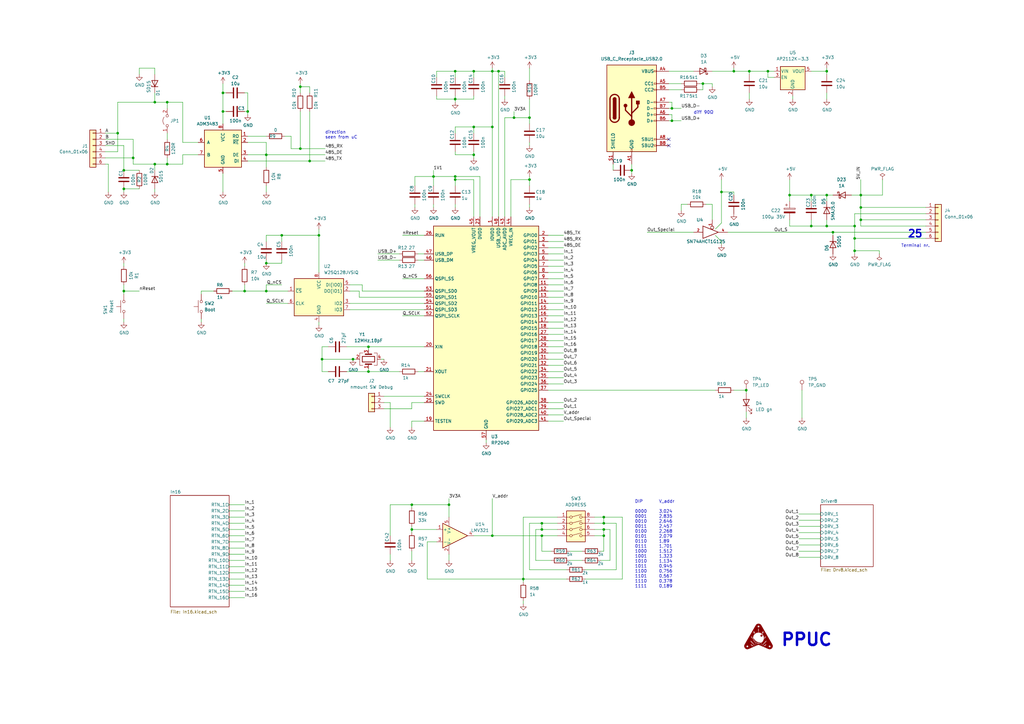
<source format=kicad_sch>
(kicad_sch (version 20211123) (generator eeschema)
  (paper "A3")
  (title_block (title "IO_16x8_matrix") (date "2024-12-01") (rev "1.0.0"))
  (junction (at 247.65 219.71))
  (junction (at 184.15 207.01))
  (junction (at 201.93 52.07))
  (junction (at 186.69 72.39))
  (junction (at 210.82 48.26))
  (junction (at 130.81 96.52))
  (junction (at 306.07 160.02))
  (junction (at 194.31 29.21))
  (junction (at 115.57 96.52))
  (junction (at 204.47 29.21))
  (junction (at 109.22 119.38))
  (junction (at 341.63 95.25))
  (junction (at 177.8 72.39))
  (junction (at 275.59 49.53))
  (junction (at 168.91 217.17))
  (junction (at 323.85 80.01))
  (junction (at 350.52 92.71))
  (junction (at 50.8 119.38))
  (junction (at 214.63 237.49))
  (junction (at 247.65 217.17))
  (junction (at 100.33 119.38))
  (junction (at 48.26 54.61))
  (junction (at 123.19 60.96))
  (junction (at 132.08 147.32))
  (junction (at 109.22 63.5))
  (junction (at 63.5 41.91))
  (junction (at 50.8 69.85))
  (junction (at 222.25 219.71))
  (junction (at 194.31 63.5))
  (junction (at 54.61 64.77))
  (junction (at 339.09 92.71))
  (junction (at 353.06 85.09))
  (junction (at 186.69 29.21))
  (junction (at 247.65 212.09))
  (junction (at 275.59 44.45))
  (junction (at 186.69 40.64))
  (junction (at 123.19 35.56))
  (junction (at 201.93 219.71))
  (junction (at 144.78 147.32))
  (junction (at 332.74 80.01))
  (junction (at 194.31 52.07))
  (junction (at 222.25 214.63))
  (junction (at 350.52 97.79))
  (junction (at 217.17 48.26))
  (junction (at 332.74 92.71))
  (junction (at 168.91 207.01))
  (junction (at 314.96 29.21))
  (junction (at 109.22 107.95))
  (junction (at 91.44 38.1))
  (junction (at 217.17 73.66))
  (junction (at 307.34 29.21))
  (junction (at 127 66.04))
  (junction (at 353.06 90.17))
  (junction (at 91.44 45.72))
  (junction (at 339.09 80.01))
  (junction (at 259.08 69.85))
  (junction (at 186.69 73.66))
  (junction (at 350.52 102.87))
  (junction (at 101.6 45.72))
  (junction (at 295.91 78.74))
  (junction (at 151.13 142.24))
  (junction (at 63.5 67.31))
  (junction (at 50.8 77.47))
  (junction (at 151.13 152.4))
  (junction (at 247.65 214.63))
  (junction (at 339.09 29.21))
  (junction (at 300.99 29.21))
  (junction (at 222.25 217.17))
  (junction (at 288.29 34.29))
  (junction (at 353.06 80.01))
  (junction (at 68.58 67.31))
  (junction (at 68.58 41.91))
  (junction (at 201.93 29.21))
  (no_connect (at 274.32 59.69))
  (no_connect (at 274.32 57.15))
  (wire (pts (xy 194.31 88.9) (xy 194.31 73.66)))
  (wire (pts (xy 142.24 152.4) (xy 151.13 152.4)))
  (wire (pts (xy 54.61 64.77) (xy 54.61 67.31)))
  (wire (pts (xy 224.79 165.1) (xy 231.14 165.1)))
  (wire (pts (xy 224.79 157.48) (xy 231.14 157.48)))
  (wire (pts (xy 314.96 31.75) (xy 317.5 31.75)))
  (wire (pts (xy 127 35.56) (xy 127 38.1)))
  (wire (pts (xy 243.84 212.09) (xy 247.65 212.09)))
  (wire (pts (xy 217.17 83.82) (xy 217.17 85.09)))
  (wire (pts (xy 123.19 45.72) (xy 123.19 60.96)))
  (wire (pts (xy 50.8 107.95) (xy 50.8 109.22)))
  (wire (pts (xy 224.79 114.3) (xy 231.14 114.3)))
  (wire (pts (xy 186.69 62.23) (xy 186.69 63.5)))
  (wire (pts (xy 224.79 121.92) (xy 231.14 121.92)))
  (wire (pts (xy 353.06 80.01) (xy 353.06 85.09)))
  (wire (pts (xy 224.79 109.22) (xy 231.14 109.22)))
  (wire (pts (xy 63.5 77.47) (xy 63.5 78.74)))
  (wire (pts (xy 246.38 229.87) (xy 250.19 229.87)))
  (wire (pts (xy 134.62 142.24) (xy 132.08 142.24)))
  (wire (pts (xy 93.98 212.09) (xy 100.33 212.09)))
  (wire (pts (xy 93.98 224.79) (xy 100.33 224.79)))
  (wire (pts (xy 115.57 96.52) (xy 130.81 96.52)))
  (wire (pts (xy 224.79 96.52) (xy 231.14 96.52)))
  (wire (pts (xy 179.07 29.21) (xy 179.07 31.75)))
  (wire (pts (xy 246.38 226.06) (xy 247.65 226.06)))
  (wire (pts (xy 100.33 119.38) (xy 109.22 119.38)))
  (wire (pts (xy 93.98 240.03) (xy 100.33 240.03)))
  (wire (pts (xy 57.15 27.94) (xy 57.15 30.48)))
  (wire (pts (xy 123.19 35.56) (xy 123.19 38.1)))
  (wire (pts (xy 224.79 160.02) (xy 293.37 160.02)))
  (wire (pts (xy 173.99 172.72) (xy 168.91 172.72)))
  (wire (pts (xy 93.98 227.33) (xy 100.33 227.33)))
  (wire (pts (xy 274.32 29.21) (xy 284.48 29.21)))
  (wire (pts (xy 115.57 116.84) (xy 109.22 116.84)))
  (wire (pts (xy 68.58 64.77) (xy 68.58 67.31)))
  (wire (pts (xy 360.68 104.14) (xy 360.68 102.87)))
  (wire (pts (xy 82.55 119.38) (xy 87.63 119.38)))
  (wire (pts (xy 353.06 90.17) (xy 379.73 90.17)))
  (wire (pts (xy 300.99 27.94) (xy 300.99 29.21)))
  (wire (pts (xy 132.08 147.32) (xy 144.78 147.32)))
  (wire (pts (xy 224.79 142.24) (xy 231.14 142.24)))
  (wire (pts (xy 196.85 72.39) (xy 186.69 72.39)))
  (wire (pts (xy 93.98 222.25) (xy 100.33 222.25)))
  (wire (pts (xy 219.71 229.87) (xy 226.06 229.87)))
  (wire (pts (xy 306.07 168.91) (xy 306.07 171.45)))
  (wire (pts (xy 307.34 38.1) (xy 307.34 40.64)))
  (wire (pts (xy 194.31 52.07) (xy 194.31 54.61)))
  (wire (pts (xy 186.69 63.5) (xy 194.31 63.5)))
  (wire (pts (xy 228.6 217.17) (xy 222.25 217.17)))
  (wire (pts (xy 353.06 85.09) (xy 353.06 90.17)))
  (wire (pts (xy 224.79 111.76) (xy 231.14 111.76)))
  (wire (pts (xy 353.06 73.66) (xy 353.06 80.01)))
  (wire (pts (xy 274.32 36.83) (xy 279.4 36.83)))
  (wire (pts (xy 274.32 34.29) (xy 279.4 34.29)))
  (wire (pts (xy 217.17 76.2) (xy 217.17 73.66)))
  (wire (pts (xy 142.24 142.24) (xy 151.13 142.24)))
  (wire (pts (xy 323.85 73.66) (xy 323.85 80.01)))
  (wire (pts (xy 132.08 142.24) (xy 132.08 147.32)))
  (wire (pts (xy 74.93 67.31) (xy 74.93 63.5)))
  (wire (pts (xy 157.48 165.1) (xy 160.02 165.1)))
  (wire (pts (xy 109.22 63.5) (xy 133.35 63.5)))
  (wire (pts (xy 307.34 29.21) (xy 307.34 30.48)))
  (wire (pts (xy 350.52 87.63) (xy 350.52 92.71)))
  (wire (pts (xy 194.31 73.66) (xy 186.69 73.66)))
  (wire (pts (xy 93.98 234.95) (xy 100.33 234.95)))
  (wire (pts (xy 224.79 152.4) (xy 231.14 152.4)))
  (wire (pts (xy 327.66 226.06) (xy 336.55 226.06)))
  (wire (pts (xy 279.4 86.36) (xy 279.4 83.82)))
  (wire (pts (xy 101.6 58.42) (xy 109.22 58.42)))
  (wire (pts (xy 251.46 67.31) (xy 251.46 69.85)))
  (wire (pts (xy 341.63 96.52) (xy 341.63 95.25)))
  (wire (pts (xy 43.18 57.15) (xy 54.61 57.15)))
  (wire (pts (xy 168.91 207.01) (xy 168.91 208.28)))
  (wire (pts (xy 327.66 215.9) (xy 336.55 215.9)))
  (wire (pts (xy 219.71 217.17) (xy 219.71 229.87)))
  (wire (pts (xy 274.32 49.53) (xy 275.59 49.53)))
  (wire (pts (xy 43.18 64.77) (xy 54.61 64.77)))
  (wire (pts (xy 339.09 80.01) (xy 341.63 80.01)))
  (wire (pts (xy 93.98 232.41) (xy 100.33 232.41)))
  (wire (pts (xy 295.91 78.74) (xy 295.91 91.44)))
  (wire (pts (xy 325.12 39.37) (xy 325.12 40.64)))
  (wire (pts (xy 201.93 29.21) (xy 204.47 29.21)))
  (wire (pts (xy 259.08 67.31) (xy 259.08 69.85)))
  (wire (pts (xy 339.09 38.1) (xy 339.09 40.64)))
  (wire (pts (xy 361.95 80.01) (xy 353.06 80.01)))
  (wire (pts (xy 327.66 210.82) (xy 336.55 210.82)))
  (wire (pts (xy 82.55 119.38) (xy 82.55 120.65)))
  (wire (pts (xy 50.8 116.84) (xy 50.8 119.38)))
  (wire (pts (xy 224.79 139.7) (xy 231.14 139.7)))
  (wire (pts (xy 147.32 119.38) (xy 147.32 121.92)))
  (wire (pts (xy 74.93 63.5) (xy 81.28 63.5)))
  (wire (pts (xy 50.8 119.38) (xy 57.15 119.38)))
  (wire (pts (xy 201.93 29.21) (xy 201.93 52.07)))
  (wire (pts (xy 350.52 97.79) (xy 350.52 102.87)))
  (wire (pts (xy 130.81 96.52) (xy 130.81 111.76)))
  (wire (pts (xy 50.8 69.85) (xy 57.15 69.85)))
  (wire (pts (xy 177.8 72.39) (xy 177.8 76.2)))
  (wire (pts (xy 300.99 80.01) (xy 300.99 78.74)))
  (wire (pts (xy 92.71 38.1) (xy 91.44 38.1)))
  (wire (pts (xy 173.99 142.24) (xy 151.13 142.24)))
  (wire (pts (xy 157.48 167.64) (xy 168.91 167.64)))
  (wire (pts (xy 306.07 160.02) (xy 306.07 161.29)))
  (wire (pts (xy 170.18 72.39) (xy 177.8 72.39)))
  (wire (pts (xy 186.69 29.21) (xy 186.69 31.75)))
  (wire (pts (xy 252.73 214.63) (xy 247.65 214.63)))
  (wire (pts (xy 339.09 82.55) (xy 339.09 80.01)))
  (wire (pts (xy 217.17 40.64) (xy 217.17 48.26)))
  (wire (pts (xy 186.69 29.21) (xy 194.31 29.21)))
  (wire (pts (xy 93.98 209.55) (xy 100.33 209.55)))
  (wire (pts (xy 295.91 99.06) (xy 295.91 100.33)))
  (wire (pts (xy 222.25 214.63) (xy 217.17 214.63)))
  (wire (pts (xy 48.26 41.91) (xy 48.26 54.61)))
  (wire (pts (xy 154.94 104.14) (xy 163.83 104.14)))
  (wire (pts (xy 184.15 207.01) (xy 184.15 212.09)))
  (wire (pts (xy 224.79 134.62) (xy 231.14 134.62)))
  (wire (pts (xy 360.68 102.87) (xy 350.52 102.87)))
  (wire (pts (xy 48.26 41.91) (xy 63.5 41.91)))
  (wire (pts (xy 207.01 48.26) (xy 207.01 88.9)))
  (wire (pts (xy 48.26 54.61) (xy 43.18 54.61)))
  (wire (pts (xy 323.85 92.71) (xy 332.74 92.71)))
  (wire (pts (xy 353.06 90.17) (xy 353.06 92.71)))
  (wire (pts (xy 332.74 29.21) (xy 339.09 29.21)))
  (wire (pts (xy 63.5 41.91) (xy 68.58 41.91)))
  (wire (pts (xy 194.31 39.37) (xy 194.31 40.64)))
  (wire (pts (xy 157.48 162.56) (xy 173.99 162.56)))
  (wire (pts (xy 204.47 29.21) (xy 207.01 29.21)))
  (wire (pts (xy 222.25 226.06) (xy 226.06 226.06)))
  (wire (pts (xy 332.74 82.55) (xy 332.74 80.01)))
  (wire (pts (xy 68.58 41.91) (xy 74.93 41.91)))
  (wire (pts (xy 217.17 58.42) (xy 217.17 59.69)))
  (wire (pts (xy 101.6 45.72) (xy 101.6 46.99)))
  (wire (pts (xy 74.93 41.91) (xy 74.93 58.42)))
  (wire (pts (xy 233.68 229.87) (xy 238.76 229.87)))
  (wire (pts (xy 288.29 34.29) (xy 292.1 34.29)))
  (wire (pts (xy 240.03 237.49) (xy 255.27 237.49)))
  (wire (pts (xy 54.61 57.15) (xy 54.61 64.77)))
  (wire (pts (xy 275.59 41.91) (xy 275.59 44.45)))
  (wire (pts (xy 314.96 29.21) (xy 317.5 29.21)))
  (wire (pts (xy 186.69 72.39) (xy 177.8 72.39)))
  (wire (pts (xy 50.8 77.47) (xy 50.8 78.74)))
  (wire (pts (xy 293.37 93.98) (xy 295.91 91.44)))
  (wire (pts (xy 171.45 104.14) (xy 173.99 104.14)))
  (wire (pts (xy 175.26 222.25) (xy 179.07 222.25)))
  (wire (pts (xy 379.73 97.79) (xy 350.52 97.79)))
  (wire (pts (xy 339.09 92.71) (xy 332.74 92.71)))
  (wire (pts (xy 194.31 62.23) (xy 194.31 63.5)))
  (wire (pts (xy 171.45 152.4) (xy 173.99 152.4)))
  (wire (pts (xy 194.31 63.5) (xy 194.31 64.77)))
  (wire (pts (xy 101.6 63.5) (xy 109.22 63.5)))
  (wire (pts (xy 228.6 214.63) (xy 222.25 214.63)))
  (wire (pts (xy 228.6 219.71) (xy 222.25 219.71)))
  (wire (pts (xy 224.79 99.06) (xy 231.14 99.06)))
  (wire (pts (xy 207.01 48.26) (xy 210.82 48.26)))
  (wire (pts (xy 44.45 67.31) (xy 44.45 78.74)))
  (wire (pts (xy 350.52 92.71) (xy 339.09 92.71)))
  (wire (pts (xy 168.91 165.1) (xy 173.99 165.1)))
  (wire (pts (xy 287.02 34.29) (xy 288.29 34.29)))
  (wire (pts (xy 339.09 90.17) (xy 339.09 92.71)))
  (wire (pts (xy 217.17 214.63) (xy 217.17 233.68)))
  (wire (pts (xy 361.95 73.66) (xy 361.95 80.01)))
  (wire (pts (xy 68.58 67.31) (xy 74.93 67.31)))
  (wire (pts (xy 95.25 119.38) (xy 100.33 119.38)))
  (wire (pts (xy 300.99 29.21) (xy 307.34 29.21)))
  (wire (pts (xy 224.79 106.68) (xy 231.14 106.68)))
  (wire (pts (xy 217.17 48.26) (xy 217.17 50.8)))
  (wire (pts (xy 300.99 78.74) (xy 295.91 78.74)))
  (wire (pts (xy 48.26 62.23) (xy 48.26 54.61)))
  (wire (pts (xy 179.07 39.37) (xy 179.07 40.64)))
  (wire (pts (xy 154.94 106.68) (xy 163.83 106.68)))
  (wire (pts (xy 255.27 237.49) (xy 255.27 212.09)))
  (wire (pts (xy 274.32 46.99) (xy 275.59 46.99)))
  (wire (pts (xy 148.59 116.84) (xy 148.59 119.38)))
  (wire (pts (xy 91.44 38.1) (xy 91.44 45.72)))
  (wire (pts (xy 332.74 92.71) (xy 332.74 90.17)))
  (wire (pts (xy 171.45 106.68) (xy 173.99 106.68)))
  (wire (pts (xy 247.65 226.06) (xy 247.65 219.71)))
  (wire (pts (xy 288.29 34.29) (xy 288.29 36.83)))
  (wire (pts (xy 109.22 124.46) (xy 118.11 124.46)))
  (wire (pts (xy 327.66 228.6) (xy 336.55 228.6)))
  (wire (pts (xy 109.22 99.06) (xy 109.22 96.52)))
  (wire (pts (xy 151.13 152.4) (xy 163.83 152.4)))
  (wire (pts (xy 168.91 215.9) (xy 168.91 217.17)))
  (wire (pts (xy 214.63 237.49) (xy 214.63 238.76)))
  (wire (pts (xy 165.1 96.52) (xy 173.99 96.52)))
  (wire (pts (xy 168.91 167.64) (xy 168.91 165.1)))
  (wire (pts (xy 63.5 30.48) (xy 63.5 27.94)))
  (wire (pts (xy 323.85 80.01) (xy 332.74 80.01)))
  (wire (pts (xy 339.09 29.21) (xy 339.09 30.48)))
  (wire (pts (xy 68.58 41.91) (xy 68.58 44.45)))
  (wire (pts (xy 186.69 52.07) (xy 186.69 54.61)))
  (wire (pts (xy 132.08 152.4) (xy 134.62 152.4)))
  (wire (pts (xy 194.31 29.21) (xy 201.93 29.21)))
  (wire (pts (xy 379.73 87.63) (xy 350.52 87.63)))
  (wire (pts (xy 233.68 226.06) (xy 238.76 226.06)))
  (wire (pts (xy 247.65 217.17) (xy 247.65 219.71)))
  (wire (pts (xy 101.6 55.88) (xy 109.22 55.88)))
  (wire (pts (xy 57.15 77.47) (xy 50.8 77.47)))
  (wire (pts (xy 165.1 114.3) (xy 173.99 114.3)))
  (wire (pts (xy 307.34 29.21) (xy 314.96 29.21)))
  (wire (pts (xy 210.82 45.72) (xy 210.82 48.26)))
  (wire (pts (xy 170.18 83.82) (xy 170.18 85.09)))
  (wire (pts (xy 199.39 180.34) (xy 199.39 181.61)))
  (wire (pts (xy 214.63 212.09) (xy 214.63 237.49)))
  (wire (pts (xy 201.93 219.71) (xy 222.25 219.71)))
  (wire (pts (xy 250.19 217.17) (xy 247.65 217.17)))
  (wire (pts (xy 224.79 104.14) (xy 231.14 104.14)))
  (wire (pts (xy 109.22 63.5) (xy 109.22 58.42)))
  (wire (pts (xy 93.98 245.11) (xy 100.33 245.11)))
  (wire (pts (xy 350.52 102.87) (xy 350.52 104.14)))
  (wire (pts (xy 43.18 67.31) (xy 44.45 67.31)))
  (wire (pts (xy 332.74 80.01) (xy 339.09 80.01)))
  (wire (pts (xy 279.4 83.82) (xy 281.94 83.82)))
  (wire (pts (xy 214.63 246.38) (xy 214.63 247.65)))
  (wire (pts (xy 292.1 34.29) (xy 292.1 35.56)))
  (wire (pts (xy 168.91 217.17) (xy 168.91 218.44)))
  (wire (pts (xy 265.43 95.25) (xy 284.48 95.25)))
  (wire (pts (xy 50.8 119.38) (xy 50.8 120.65)))
  (wire (pts (xy 259.08 69.85) (xy 259.08 71.12)))
  (wire (pts (xy 222.25 217.17) (xy 219.71 217.17)))
  (wire (pts (xy 327.66 223.52) (xy 336.55 223.52)))
  (wire (pts (xy 123.19 60.96) (xy 133.35 60.96)))
  (wire (pts (xy 93.98 219.71) (xy 100.33 219.71)))
  (wire (pts (xy 50.8 59.69) (xy 50.8 69.85)))
  (wire (pts (xy 349.25 80.01) (xy 353.06 80.01)))
  (wire (pts (xy 274.32 44.45) (xy 275.59 44.45)))
  (wire (pts (xy 224.79 167.64) (xy 231.14 167.64)))
  (wire (pts (xy 100.33 116.84) (xy 100.33 119.38)))
  (wire (pts (xy 116.84 55.88) (xy 119.38 55.88)))
  (wire (pts (xy 224.79 127) (xy 231.14 127)))
  (wire (pts (xy 93.98 207.01) (xy 100.33 207.01)))
  (wire (pts (xy 224.79 170.18) (xy 231.14 170.18)))
  (wire (pts (xy 292.1 29.21) (xy 300.99 29.21)))
  (wire (pts (xy 289.56 83.82) (xy 292.1 83.82)))
  (wire (pts (xy 74.93 58.42) (xy 81.28 58.42)))
  (wire (pts (xy 63.5 27.94) (xy 57.15 27.94)))
  (wire (pts (xy 228.6 212.09) (xy 214.63 212.09)))
  (wire (pts (xy 194.31 29.21) (xy 194.31 31.75)))
  (wire (pts (xy 109.22 96.52) (xy 115.57 96.52)))
  (wire (pts (xy 165.1 129.54) (xy 173.99 129.54)))
  (wire (pts (xy 194.31 52.07) (xy 201.93 52.07)))
  (wire (pts (xy 143.51 119.38) (xy 147.32 119.38)))
  (wire (pts (xy 132.08 147.32) (xy 132.08 152.4)))
  (wire (pts (xy 127 45.72) (xy 127 66.04)))
  (wire (pts (xy 323.85 82.55) (xy 323.85 80.01)))
  (wire (pts (xy 247.65 219.71) (xy 243.84 219.71)))
  (wire (pts (xy 54.61 67.31) (xy 63.5 67.31)))
  (wire (pts (xy 119.38 55.88) (xy 119.38 60.96)))
  (wire (pts (xy 240.03 233.68) (xy 252.73 233.68)))
  (wire (pts (xy 148.59 119.38) (xy 173.99 119.38)))
  (wire (pts (xy 224.79 129.54) (xy 231.14 129.54)))
  (wire (pts (xy 252.73 233.68) (xy 252.73 214.63)))
  (wire (pts (xy 275.59 44.45) (xy 279.4 44.45)))
  (wire (pts (xy 82.55 130.81) (xy 82.55 132.08)))
  (wire (pts (xy 151.13 151.13) (xy 151.13 152.4)))
  (wire (pts (xy 184.15 227.33) (xy 184.15 229.87)))
  (wire (pts (xy 93.98 229.87) (xy 100.33 229.87)))
  (wire (pts (xy 92.71 45.72) (xy 91.44 45.72)))
  (wire (pts (xy 100.33 38.1) (xy 101.6 38.1)))
  (wire (pts (xy 292.1 83.82) (xy 292.1 90.17)))
  (wire (pts (xy 186.69 40.64) (xy 186.69 41.91)))
  (wire (pts (xy 207.01 39.37) (xy 207.01 40.64)))
  (wire (pts (xy 179.07 29.21) (xy 186.69 29.21)))
  (wire (pts (xy 186.69 40.64) (xy 194.31 40.64)))
  (wire (pts (xy 207.01 31.75) (xy 207.01 29.21)))
  (wire (pts (xy 68.58 54.61) (xy 68.58 57.15)))
  (wire (pts (xy 339.09 27.94) (xy 339.09 29.21)))
  (wire (pts (xy 224.79 132.08) (xy 231.14 132.08)))
  (wire (pts (xy 287.02 36.83) (xy 288.29 36.83)))
  (wire (pts (xy 160.02 207.01) (xy 168.91 207.01)))
  (wire (pts (xy 224.79 124.46) (xy 231.14 124.46)))
  (wire (pts (xy 293.37 96.52) (xy 295.91 99.06)))
  (wire (pts (xy 214.63 237.49) (xy 232.41 237.49)))
  (wire (pts (xy 143.51 127) (xy 173.99 127)))
  (wire (pts (xy 91.44 71.12) (xy 91.44 78.74)))
  (wire (pts (xy 210.82 48.26) (xy 217.17 48.26)))
  (wire (pts (xy 168.91 172.72) (xy 168.91 175.26)))
  (wire (pts (xy 204.47 29.21) (xy 204.47 88.9)))
  (wire (pts (xy 224.79 154.94) (xy 231.14 154.94)))
  (wire (pts (xy 168.91 226.06) (xy 168.91 229.87)))
  (wire (pts (xy 109.22 119.38) (xy 118.11 119.38)))
  (wire (pts (xy 209.55 88.9) (xy 209.55 73.66)))
  (wire (pts (xy 119.38 60.96) (xy 123.19 60.96)))
  (wire (pts (xy 160.02 207.01) (xy 160.02 219.71)))
  (wire (pts (xy 224.79 116.84) (xy 231.14 116.84)))
  (wire (pts (xy 91.44 45.72) (xy 91.44 50.8)))
  (wire (pts (xy 186.69 72.39) (xy 186.69 73.66)))
  (wire (pts (xy 177.8 69.85) (xy 177.8 72.39)))
  (wire (pts (xy 201.93 27.94) (xy 201.93 29.21)))
  (wire (pts (xy 224.79 149.86) (xy 231.14 149.86)))
  (wire (pts (xy 91.44 34.29) (xy 91.44 38.1)))
  (wire (pts (xy 170.18 76.2) (xy 170.18 72.39)))
  (wire (pts (xy 341.63 95.25) (xy 379.73 95.25)))
  (wire (pts (xy 247.65 214.63) (xy 243.84 214.63)))
  (wire (pts (xy 115.57 106.68) (xy 115.57 107.95)))
  (wire (pts (xy 100.33 45.72) (xy 101.6 45.72)))
  (wire (pts (xy 201.93 52.07) (xy 201.93 88.9)))
  (wire (pts (xy 224.79 172.72) (xy 231.14 172.72)))
  (wire (pts (xy 353.06 85.09) (xy 379.73 85.09)))
  (wire (pts (xy 100.33 107.95) (xy 100.33 109.22)))
  (wire (pts (xy 130.81 93.98) (xy 130.81 96.52)))
  (wire (pts (xy 217.17 233.68) (xy 232.41 233.68)))
  (wire (pts (xy 186.69 83.82) (xy 186.69 85.09)))
  (wire (pts (xy 247.65 217.17) (xy 243.84 217.17)))
  (wire (pts (xy 101.6 66.04) (xy 127 66.04)))
  (wire (pts (xy 127 66.04) (xy 133.35 66.04)))
  (wire (pts (xy 179.07 40.64) (xy 186.69 40.64)))
  (wire (pts (xy 196.85 88.9) (xy 196.85 72.39)))
  (wire (pts (xy 350.52 92.71) (xy 350.52 97.79)))
  (wire (pts (xy 224.79 119.38) (xy 231.14 119.38)))
  (wire (pts (xy 109.22 63.5) (xy 109.22 68.58)))
  (wire (pts (xy 186.69 39.37) (xy 186.69 40.64)))
  (wire (pts (xy 143.51 124.46) (xy 173.99 124.46)))
  (wire (pts (xy 156.21 147.32) (xy 157.48 147.32)))
  (wire (pts (xy 175.26 237.49) (xy 175.26 222.25)))
  (wire (pts (xy 186.69 73.66) (xy 186.69 76.2)))
  (wire (pts (xy 314.96 29.21) (xy 314.96 31.75)))
  (wire (pts (xy 123.19 35.56) (xy 127 35.56)))
  (wire (pts (xy 327.66 213.36) (xy 336.55 213.36)))
  (wire (pts (xy 93.98 214.63) (xy 100.33 214.63)))
  (wire (pts (xy 217.17 27.94) (xy 217.17 33.02)))
  (wire (pts (xy 247.65 212.09) (xy 255.27 212.09)))
  (wire (pts (xy 328.93 160.02) (xy 328.93 171.45)))
  (wire (pts (xy 143.51 116.84) (xy 148.59 116.84)))
  (wire (pts (xy 209.55 73.66) (xy 217.17 73.66)))
  (wire (pts (xy 151.13 142.24) (xy 151.13 143.51)))
  (wire (pts (xy 63.5 38.1) (xy 63.5 41.91)))
  (wire (pts (xy 250.19 229.87) (xy 250.19 217.17)))
  (wire (pts (xy 327.66 220.98) (xy 336.55 220.98)))
  (wire (pts (xy 50.8 59.69) (xy 43.18 59.69)))
  (wire (pts (xy 323.85 90.17) (xy 323.85 92.71)))
  (wire (pts (xy 224.79 101.6) (xy 231.14 101.6)))
  (wire (pts (xy 274.32 41.91) (xy 275.59 41.91)))
  (wire (pts (xy 224.79 147.32) (xy 231.14 147.32)))
  (wire (pts (xy 295.91 73.66) (xy 295.91 78.74)))
  (wire (pts (xy 101.6 38.1) (xy 101.6 45.72)))
  (wire (pts (xy 224.79 137.16) (xy 231.14 137.16)))
  (wire (pts (xy 222.25 219.71) (xy 222.25 226.06)))
  (wire (pts (xy 43.18 62.23) (xy 48.26 62.23)))
  (wire (pts (xy 214.63 237.49) (xy 175.26 237.49)))
  (wire (pts (xy 109.22 106.68) (xy 109.22 107.95)))
  (wire (pts (xy 184.15 207.01) (xy 168.91 207.01)))
  (wire (pts (xy 184.15 204.47) (xy 184.15 207.01)))
  (wire (pts (xy 130.81 132.08) (xy 130.81 133.35)))
  (wire (pts (xy 201.93 219.71) (xy 194.31 219.71)))
  (wire (pts (xy 298.45 95.25) (xy 341.63 95.25)))
  (wire (pts (xy 327.66 218.44) (xy 336.55 218.44)))
  (wire (pts (xy 177.8 83.82) (xy 177.8 85.09)))
  (wire (pts (xy 144.78 147.32) (xy 146.05 147.32)))
  (wire (pts (xy 93.98 237.49) (xy 100.33 237.49)))
  (wire (pts (xy 224.79 144.78) (xy 231.14 144.78)))
  (wire (pts (xy 160.02 165.1) (xy 160.02 175.26)))
  (wire (pts (xy 247.65 212.09) (xy 247.65 214.63)))
  (wire (pts (xy 186.69 52.07) (xy 194.31 52.07)))
  (wire (pts (xy 168.91 217.17) (xy 179.07 217.17)))
  (wire (pts (xy 217.17 72.39) (xy 217.17 73.66)))
  (wire (pts (xy 275.59 49.53) (xy 279.4 49.53)))
  (wire (pts (xy 222.25 214.63) (xy 222.25 217.17)))
  (wire (pts (xy 160.02 227.33) (xy 160.02 229.87)))
  (wire (pts (xy 201.93 204.47) (xy 201.93 219.71)))
  (wire (pts (xy 93.98 242.57) (xy 100.33 242.57)))
  (wire (pts (xy 63.5 69.85) (xy 63.5 67.31)))
  (wire (pts (xy 115.57 107.95) (xy 109.22 107.95)))
  (wire (pts (xy 123.19 34.29) (xy 123.19 35.56)))
  (wire (pts (xy 353.06 92.71) (xy 379.73 92.71)))
  (wire (pts (xy 300.99 160.02) (xy 306.07 160.02)))
  (wire (pts (xy 147.32 121.92) (xy 173.99 121.92)))
  (wire (pts (xy 50.8 130.81) (xy 50.8 132.08)))
  (wire (pts (xy 115.57 96.52) (xy 115.57 99.06)))
  (wire (pts (xy 275.59 46.99) (xy 275.59 49.53)))
  (wire (pts (xy 93.98 217.17) (xy 100.33 217.17)))
  (wire (pts (xy 109.22 76.2) (xy 109.22 78.74)))
  (wire (pts (xy 109.22 116.84) (xy 109.22 119.38)))
  (wire (pts (xy 63.5 67.31) (xy 68.58 67.31)))
  (text "DIP 	V_addr\n\n0000	3,024\n0001	2,835\n0010	2,646\n0011	2,457\n0100	2,268\n0101	2,079\n0110	1,89\n0111	1,701\n1000	1,512\n1001	1,323\n1010	1,134\n1011	0,945\n1100	0,756\n1101	0,567\n1110	0,378\n1111	0,189\n" (at 260.35 241.3 0) (effects (font (size 1.27 1.27)) (justify left bottom)))
  (text "diff 90Ω" (at 284.48 46.99 0) (effects (font (size 1.27 1.27)) (justify left bottom)))
  (text "Terminal nr." (at 369.57 101.6 0) (effects (font (size 1.27 1.27)) (justify left bottom)))
  (text "direction\nseen from uC" (at 133.35 57.15 0) (effects (font (size 1.27 1.27)) (justify left bottom)))
  (text "25" (at 372.11 97.79 0) (effects (font (size 3 3) (thickness 0.6) bold) (justify left bottom)))
  (text "PPUC" (at 320.04 265.43 0) (effects (font (size 5 5) bold) (justify left bottom)))
  (label "In_15" (at 231.14 139.7 0))
  (label "Out_5" (at 231.14 152.4 0))
  (label "In_16" (at 231.14 142.24 0))
  (label "In_12" (at 100.33 234.95 0))
  (label "Q_SCLK" (at 109.22 124.46 0))
  (label "nReset" (at 57.15 119.38 0))
  (label "In_10" (at 100.33 229.87 0))
  (label "In_2" (at 231.14 106.68 0))
  (label "SHD" (at 43.18 59.69 0))
  (label "Out_8" (at 327.66 228.6 180))
  (label "V_addr" (at 201.93 204.47 0))
  (label "In_6" (at 231.14 116.84 0))
  (label "In_5" (at 100.33 217.17 0))
  (label "Out_6" (at 327.66 223.52 180))
  (label "In_13" (at 100.33 237.49 0))
  (label "Out_2" (at 231.14 165.1 0))
  (label "In_8" (at 100.33 224.79 0))
  (label "USB_D+" (at 154.94 104.14 0))
  (label "In_4" (at 100.33 214.63 0))
  (label "A" (at 43.18 54.61 0))
  (label "Out_3" (at 231.14 157.48 0))
  (label "Out_2" (at 327.66 213.36 180))
  (label "In_1" (at 231.14 104.14 0))
  (label "Q_nCS" (at 115.57 116.84 180))
  (label "In_9" (at 100.33 227.33 0))
  (label "USB_D-" (at 154.94 106.68 0))
  (label "Q_nCS" (at 165.1 114.3 0))
  (label "Out_7" (at 327.66 226.06 180))
  (label "In_11" (at 100.33 232.41 0))
  (label "Out_S" (at 317.5 95.25 0))
  (label "In_10" (at 231.14 127 0))
  (label "In_9" (at 231.14 124.46 0))
  (label "In_6" (at 100.33 219.71 0))
  (label "485_DE" (at 231.14 101.6 0))
  (label "In_14" (at 100.33 240.03 0))
  (label "In_16" (at 100.33 245.11 0))
  (label "USB_D-" (at 279.4 44.45 0))
  (label "In_3" (at 231.14 109.22 0))
  (label "In_12" (at 231.14 132.08 0))
  (label "485_TX" (at 231.14 96.52 0))
  (label "In_4" (at 231.14 111.76 0))
  (label "Out_4" (at 327.66 218.44 180))
  (label "Out_4" (at 231.14 154.94 0))
  (label "485_RX" (at 133.35 60.96 0))
  (label "3V3A" (at 210.82 45.72 0))
  (label "In_15" (at 100.33 242.57 0))
  (label "1V1" (at 177.8 69.85 0))
  (label "In_3" (at 100.33 212.09 0))
  (label "In_1" (at 100.33 207.01 0))
  (label "5V_IN" (at 353.06 73.66 90))
  (label "In_13" (at 231.14 134.62 0))
  (label "485_DE" (at 133.35 63.5 0))
  (label "Out_8" (at 231.14 144.78 0))
  (label "In_7" (at 231.14 119.38 0))
  (label "Out_1" (at 231.14 167.64 0))
  (label "In_14" (at 231.14 137.16 0))
  (label "In_5" (at 231.14 114.3 0))
  (label "Out_5" (at 327.66 220.98 180))
  (label "Out_3" (at 327.66 215.9 180))
  (label "Out_Special" (at 265.43 95.25 0))
  (label "USB_D+" (at 279.4 49.53 0))
  (label "Out_6" (at 231.14 149.86 0))
  (label "In_2" (at 100.33 209.55 0))
  (label "In_7" (at 100.33 222.25 0))
  (label "In_11" (at 231.14 129.54 0))
  (label "485_RX" (at 231.14 99.06 0))
  (label "nReset" (at 165.1 96.52 0))
  (label "Out_Special" (at 231.14 172.72 0))
  (label "3V3A" (at 184.15 204.47 0))
  (label "Q_SCLK" (at 165.1 129.54 0))
  (label "V_addr" (at 231.14 170.18 0))
  (label "Out_1" (at 327.66 210.82 180))
  (label "In_8" (at 231.14 121.92 0))
  (label "B" (at 43.18 57.15 0))
  (label "Out_7" (at 231.14 147.32 0))
  (label "485_TX" (at 133.35 66.04 0))
  (symbol (lib_id "power:GND") (at 57.15 30.48 0) (unit 1)
    (property "Reference" "#PWR0106" (effects hide))
    (property "Value" "GND" (at 57.277 34.8742 0))
  )
  (symbol (lib_id "power:GND") (at 177.8 85.09 0) (unit 1)
    (property "Reference" "#PWR0114" (effects hide))
    (property "Value" "GND" (at 177.927 89.4842 0))
  )
  (symbol (lib_id "Connector_Generic:Conn_01x03") (at 152.4 165.1 0) (mirror y) (unit 1) (in_bom no)
    (property "Reference" "J2" (at 152.4 156.21 0))
    (property "Value" "nmount SW Debug" (at 152.4 158.75 0))
    (property "Footprint" "Connector_PinSocket_2.54mm:PinSocket_1x03_P2.54mm_Vertical" (effects hide))
  )
  (symbol (lib_id "Device:R") (at 283.21 34.29 90) (unit 1)
    (property "Reference" "R16" (at 280.67 31.75 90))
    (property "Value" "5k1" (at 284.48 31.75 90))
    (property "Footprint" "Resistor_SMD:R_0603_1608Metric" (effects hide))
  )
  (symbol (lib_id "Device:C") (at 339.09 34.29 0) (unit 1)
    (property "Reference" "C24" (at 342.9 33.0199 0) (effects (justify left)))
    (property "Value" "10u" (at 342.9 35.5599 0) (effects (justify left)))
    (property "Footprint" "Capacitor_SMD:C_0603_1608Metric" (effects hide))
  )
  (symbol (lib_id "power:GND") (at 160.02 229.87 0) (unit 1)
    (property "Reference" "#PWR02" (effects hide))
    (property "Value" "GND" (at 160.147 234.2642 0))
  )
  (symbol (lib_id "Device:C") (at 300.99 83.82 0) (unit 1)
    (property "Reference" "C20" (at 299.72 82.55 90) (effects (justify left)))
    (property "Value" "100n" (at 304.8 86.36 90) (effects (justify left)))
    (property "Footprint" "Capacitor_SMD:C_0402_1005Metric" (effects hide))
  )
  (symbol (lib_id "power:GND") (at 217.17 85.09 0) (unit 1)
    (property "Reference" "#PWR0127" (effects hide))
    (property "Value" "GND" (at 217.297 89.4842 0))
  )
  (symbol (lib_id "Device:R") (at 297.18 160.02 90) (unit 1)
    (property "Reference" "R19" (at 295.91 157.48 90))
    (property "Value" "1k" (at 295.91 162.56 90))
    (property "Footprint" "Resistor_SMD:R_0402_1005Metric" (effects hide))
  )
  (symbol (lib_id "Device:D_Zener") (at 339.09 86.36 270) (unit 1)
    (property "Reference" "D5" (at 337.82 81.28 0) (effects (justify left)))
    (property "Value" "SMAJ5.0" (at 341.63 82.55 0) (effects (justify left)))
    (property "Footprint" "Diode_SMD:D_SMA" (effects hide))
  )
  (symbol (lib_id "Device:R") (at 123.19 41.91 0) (unit 1)
    (property "Reference" "R10" (at 120.65 38.1 90))
    (property "Value" "10k" (at 120.65 43.18 90))
    (property "Footprint" "Resistor_SMD:R_0603_1608Metric" (effects hide))
  )
  (symbol (lib_id "Device:D_Zener") (at 63.5 34.29 90) (unit 1)
    (property "Reference" "D1" (at 64.77 39.37 0) (effects (justify left)))
    (property "Value" "SD15" (at 60.96 38.1 0) (effects (justify left)))
    (property "Footprint" "Diode_SMD:D_SOD-323" (effects hide))
  )
  (symbol (lib_id "Device:C") (at 138.43 152.4 90) (unit 1)
    (property "Reference" "C7" (at 135.89 156.21 90))
    (property "Value" "27pF" (at 140.97 156.21 90))
    (property "Footprint" "Capacitor_SMD:C_0402_1005Metric" (effects hide))
  )
  (symbol (lib_id "power:+3V3") (at 201.93 27.94 0) (unit 1)
    (property "Reference" "#PWR0132" (effects hide))
    (property "Value" "+3V3" (at 202.311 23.5458 0))
  )
  (symbol (lib_id "power:GND") (at 328.93 171.45 0) (unit 1)
    (property "Reference" "#PWR0140" (effects hide))
    (property "Value" "GND" (at 329.057 175.8442 0))
  )
  (symbol (lib_id "Jumper:Jumper_2_Open") (at 68.58 49.53 90) (unit 1)
    (property "Reference" "JP1" (at 69.85 49.5299 90) (effects (justify right)))
    (property "Value" "Jumper_2_Open" (effects hide))
    (property "Footprint" "Connector_PinHeader_2.54mm:PinHeader_1x02_P2.54mm_Vertical" (effects hide))
  )
  (symbol (lib_id "power:GND") (at 44.45 78.74 0) (unit 1)
    (property "Reference" "#PWR0104" (effects hide))
    (property "Value" "GND" (at 44.577 83.1342 0))
  )
  (symbol (lib_id "power:+3V3") (at 91.44 34.29 0) (unit 1)
    (property "Reference" "#PWR0110" (effects hide))
    (property "Value" "+3V3" (at 91.821 29.8958 0))
  )
  (symbol (lib_id "Device:D_Schottky") (at 345.44 80.01 0) (unit 1)
    (property "Reference" "D23" (at 345.1225 73.66 0))
    (property "Value" "1A" (at 345.1225 76.2 0))
    (property "Footprint" "Diode_SMD:D_SOD-323" (effects hide))
  )
  (symbol (lib_id "power:+3V3") (at 100.33 107.95 0) (unit 1)
    (property "Reference" "#PWR0149" (effects hide))
    (property "Value" "+3V3" (at 100.711 103.5558 0))
  )
  (symbol (lib_id "power:GND") (at 144.78 147.32 0) (unit 1)
    (property "Reference" "#PWR0141" (effects hide))
    (property "Value" "GND" (at 144.907 151.7142 0))
  )
  (symbol (lib_id "Device:D_Zener") (at 341.63 100.33 270) (unit 1)
    (property "Reference" "D6" (at 339.09 100.33 0) (effects (justify left)))
    (property "Value" "SD05" (at 344.17 96.52 0) (effects (justify left)))
    (property "Footprint" "Diode_SMD:D_SOD-323" (effects hide))
  )
  (symbol (lib_id "power:GND") (at 168.91 229.87 0) (unit 1)
    (property "Reference" "#PWR03" (effects hide))
    (property "Value" "GND" (at 169.037 234.2642 0))
  )
  (symbol (lib_id "power:GND") (at 194.31 64.77 0) (unit 1)
    (property "Reference" "#PWR0108" (effects hide))
    (property "Value" "GND" (at 194.437 69.1642 0))
  )
  (symbol (lib_id "Device:R") (at 236.22 233.68 90) (unit 1)
    (property "Reference" "R61" (at 236.22 233.68 90))
    (property "Value" "2k" (at 240.03 234.95 90))
    (property "Footprint" "Resistor_SMD:R_0603_1608Metric" (effects hide))
  )
  (symbol (lib_id "power:+5V") (at 300.99 27.94 0) (unit 1)
    (property "Reference" "#PWR0124" (effects hide))
    (property "Value" "+5V" (at 301.371 23.5458 0))
  )
  (symbol (lib_id "Device:R") (at 167.64 152.4 90) (unit 1)
    (property "Reference" "R14" (at 166.37 149.86 90))
    (property "Value" "1k" (at 166.37 154.94 90))
    (property "Footprint" "Resistor_SMD:R_0402_1005Metric" (effects hide))
  )
  (symbol (lib_id "Device:C") (at 186.69 58.42 0) (unit 1)
    (property "Reference" "C12" (at 185.42 57.15 90) (effects (justify left)))
    (property "Value" "100n" (at 190.5 60.96 90) (effects (justify left)))
    (property "Footprint" "Capacitor_SMD:C_0402_1005Metric" (effects hide))
  )
  (symbol (lib_id "power:GND") (at 306.07 171.45 0) (unit 1)
    (property "Reference" "#PWR0139" (effects hide))
    (property "Value" "GND" (at 306.197 175.8442 0))
  )
  (symbol (lib_id "Device:R") (at 217.17 36.83 0) (unit 1)
    (property "Reference" "R15" (at 217.17 38.1 90) (effects (justify left)))
    (property "Value" "100R" (at 219.71 39.37 90) (effects (justify left)))
    (property "Footprint" "Resistor_SMD:R_0603_1608Metric" (effects hide))
  )
  (symbol (lib_id "power:GND") (at 50.8 78.74 0) (unit 1)
    (property "Reference" "#PWR0103" (effects hide))
    (property "Value" "GND" (at 50.927 83.1342 0))
  )
  (symbol (lib_id "Device:C") (at 160.02 223.52 0) (unit 1)
    (property "Reference" "C42" (at 158.75 222.25 90) (effects (justify left)))
    (property "Value" "100n" (at 163.83 226.06 90) (effects (justify left)))
    (property "Footprint" "Capacitor_SMD:C_0402_1005Metric" (effects hide))
  )
  (symbol (lib_id "Connector_Generic:Conn_01x06") (at 38.1 59.69 0) (mirror y) (unit 1)
    (property "Reference" "J1" (at 36.068 59.8932 0) (effects (justify left)))
    (property "Value" "Conn_01x06" (at 36.068 62.2046 0) (effects (justify left)))
    (property "Footprint" "Out_8x10:Terminal_Block_RTMPin" (effects hide))
  )
  (symbol (lib_id "Device:Crystal_GND24") (at 151.13 147.32 90) (unit 1)
    (property "Reference" "Y1" (at 148.59 137.16 90))
    (property "Value" "12MHz,18pF" (at 151.13 139.7 90))
    (property "Footprint" "Crystal:Crystal_SMD_3225-4Pin_3.2x2.5mm" (effects hide))
  )
  (symbol (lib_id "Connector:USB_C_Receptacle_USB2.0") (at 259.08 44.45 0) (unit 1)
    (property "Reference" "J3" (at 259.08 21.59 0))
    (property "Value" "USB_C_Receptacle_USB2.0" (at 259.08 24.13 0))
    (property "Footprint" "Connector_USB:USB_C_Receptacle_XKB_U262-16XN-4BVC11" (effects hide))
    (property "Datasheet" "https://www.usb.org/sites/default/files/documents/usb_type-c.zip" (effects hide))
    (property "Note" "check D+/D- in layout regarding flipped connection" (effects hide))
  )
  (symbol (lib_id "power:GND") (at 350.52 104.14 0) (unit 1)
    (property "Reference" "#PWR0133" (effects hide))
    (property "Value" "GND" (at 350.647 108.5342 0))
  )
  (symbol (lib_id "Interface_UART:SP3485EN") (at 91.44 60.96 0) (mirror y) (unit 1)
    (property "Reference" "U1" (at 85.09 48.26 0))
    (property "Value" "ADM3483" (at 85.09 50.8 0))
    (property "Footprint" "Package_SO:SOIC-8_3.9x4.9mm_P1.27mm" (effects hide))
    (property "Datasheet" "http://www.icbase.com/pdf/SPX/SPX00480106.pdf" (effects hide))
  )
  (symbol (lib_id "power:GND") (at 341.63 104.14 0) (unit 1)
    (property "Reference" "#PWR0134" (effects hide))
    (property "Value" "GND" (at 341.757 108.5342 0))
  )
  (symbol (lib_id "Device:R") (at 168.91 222.25 0) (unit 1)
    (property "Reference" "R57" (at 171.45 220.9799 0) (effects (justify left)))
    (property "Value" "2k" (at 171.45 223.5199 0) (effects (justify left)))
    (property "Footprint" "Resistor_SMD:R_0603_1608Metric" (effects hide))
  )
  (symbol (lib_id "power:GND") (at 259.08 71.12 0) (unit 1)
    (property "Reference" "#PWR0118" (effects hide))
    (property "Value" "GND" (at 259.207 75.5142 0))
  )
  (symbol (lib_id "power:GND") (at 184.15 229.87 0) (unit 1)
    (property "Reference" "#PWR04" (effects hide))
    (property "Value" "GND" (at 184.277 234.2642 0))
  )
  (symbol (lib_id "power:+5V") (at 323.85 73.66 0) (unit 1)
    (property "Reference" "#PWR0126" (effects hide))
    (property "Value" "+5V" (at 324.231 69.2658 0))
  )
  (symbol (lib_id "MCU_RaspberryPi:RP2040") (at 199.39 134.62 0) (unit 1)
    (property "Reference" "U3" (at 201.4094 179.07 0) (effects (justify left)))
    (property "Value" "RP2040" (at 201.4094 181.61 0) (effects (justify left)))
    (property "Footprint" "Package_DFN_QFN:QFN-56-1EP_7x7mm_P0.4mm_EP3.2x3.2mm" (effects hide))
    (property "Datasheet" "https://datasheets.raspberrypi.com/rp2040/rp2040-datasheet.pdf" (effects hide))
    (property "JLCPCB Rotation Offset" "-90" (effects hide))
  )
  (symbol (lib_id "Amplifier_Operational:LMV321") (at 186.69 219.71 0) (unit 1)
    (property "Reference" "U14" (at 196.85 215.011 0))
    (property "Value" "LMV321" (at 196.85 217.551 0))
    (property "Footprint" "Package_TO_SOT_SMD:SOT-23-5" (effects hide))
    (property "Datasheet" "http://www.ti.com/lit/ds/symlink/lmv324.pdf" (effects hide))
  )
  (symbol (lib_id "Device:C") (at 217.17 80.01 0) (unit 1)
    (property "Reference" "C18" (at 219.71 78.74 0) (effects (justify left)))
    (property "Value" "1u" (at 219.71 81.28 0) (effects (justify left)))
    (property "Footprint" "Capacitor_SMD:C_0402_1005Metric" (effects hide))
    (property "Note" "close to pin 44" (effects hide))
  )
  (symbol (lib_id "power:GND") (at 325.12 40.64 0) (unit 1)
    (property "Reference" "#PWR0119" (effects hide))
    (property "Value" "GND" (at 325.247 45.0342 0))
  )
  (symbol (lib_id "Device:C") (at 332.74 86.36 0) (unit 1)
    (property "Reference" "C23" (at 331.47 85.09 90) (effects (justify left)))
    (property "Value" "100n" (at 334.01 85.09 90) (effects (justify left)))
    (property "Footprint" "Capacitor_SMD:C_0402_1005Metric" (effects hide))
  )
  (symbol (lib_id "power:+3V3") (at 217.17 27.94 0) (unit 1)
    (property "Reference" "#PWR0130" (effects hide))
    (property "Value" "+3V3" (at 217.551 23.5458 0))
  )
  (symbol (lib_id "Device:C") (at 194.31 58.42 0) (unit 1)
    (property "Reference" "C15" (at 193.04 57.15 90) (effects (justify left)))
    (property "Value" "100n" (at 198.12 60.96 90) (effects (justify left)))
    (property "Footprint" "Capacitor_SMD:C_0402_1005Metric" (effects hide))
  )
  (symbol (lib_id "power:GND") (at 207.01 40.64 0) (unit 1)
    (property "Reference" "#PWR0131" (effects hide))
    (property "Value" "GND" (at 207.137 45.0342 0))
  )
  (symbol (lib_id "Device:R") (at 100.33 113.03 0) (unit 1)
    (property "Reference" "R7" (at 102.87 111.7599 0) (effects (justify left)))
    (property "Value" "10k" (at 102.87 114.2999 0) (effects (justify left)))
    (property "Footprint" "Resistor_SMD:R_0603_1608Metric" (effects hide))
  )
  (symbol (lib_id "Device:C") (at 186.69 35.56 0) (unit 1)
    (property "Reference" "C11" (at 185.42 34.29 90) (effects (justify left)))
    (property "Value" "100n" (at 190.5 38.1 90) (effects (justify left)))
    (property "Footprint" "Capacitor_SMD:C_0402_1005Metric" (effects hide))
  )
  (symbol (lib_id "Device:C") (at 50.8 73.66 0) (unit 1)
    (property "Reference" "C1" (at 49.53 72.39 90) (effects (justify left)))
    (property "Value" "100n" (at 54.61 76.2 90) (effects (justify left)))
    (property "Footprint" "Capacitor_SMD:C_0402_1005Metric" (effects hide))
  )
  (symbol (lib_id "power:GND") (at 109.22 107.95 0) (unit 1)
    (property "Reference" "#PWR0150" (effects hide))
    (property "Value" "GND" (at 109.347 112.3442 0))
  )
  (symbol (lib_id "Device:R") (at 229.87 226.06 90) (unit 1)
    (property "Reference" "R59" (at 229.87 226.06 90))
    (property "Value" "5k" (at 233.68 227.33 90))
    (property "Footprint" "Resistor_SMD:R_0603_1608Metric" (effects hide))
  )
  (symbol (lib_id "Device:C") (at 96.52 38.1 90) (unit 1)
    (property "Reference" "C2" (at 96.52 31.75 90))
    (property "Value" "10u" (at 96.52 34.29 90))
    (property "Footprint" "Capacitor_SMD:C_0603_1608Metric" (effects hide))
  )
  (symbol (lib_id "power:GND") (at 217.17 59.69 0) (unit 1)
    (property "Reference" "#PWR0128" (effects hide))
    (property "Value" "GND" (at 217.297 64.0842 0))
  )
  (symbol (lib_id "power:GND") (at 63.5 78.74 0) (unit 1)
    (property "Reference" "#PWR0102" (effects hide))
    (property "Value" "GND" (at 63.627 83.1342 0))
  )
  (symbol (lib_id "power:GND") (at 157.48 147.32 0) (unit 1)
    (property "Reference" "#PWR0145" (effects hide))
    (property "Value" "GND" (at 157.607 151.7142 0))
  )
  (symbol (lib_id "power:GND") (at 339.09 40.64 0) (unit 1)
    (property "Reference" "#PWR0120" (effects hide))
    (property "Value" "GND" (at 339.217 45.0342 0))
  )
  (symbol (lib_id "Device:R") (at 113.03 55.88 90) (unit 1)
    (property "Reference" "R9" (at 111.76 55.88 90))
    (property "Value" "0" (at 113.03 53.34 90))
    (property "Footprint" "Resistor_SMD:R_0603_1608Metric" (effects hide))
  )
  (symbol (lib_id "Device:R") (at 242.57 226.06 90) (unit 1)
    (property "Reference" "R63" (at 242.57 226.06 90))
    (property "Value" "3k" (at 246.38 227.33 90))
    (property "Footprint" "Resistor_SMD:R_0603_1608Metric" (effects hide))
  )
  (symbol (lib_id "power:GND") (at 130.81 133.35 0) (unit 1)
    (property "Reference" "#PWR0151" (effects hide))
    (property "Value" "GND" (at 130.937 137.7442 0))
  )
  (symbol (lib_id "power:GND") (at 82.55 132.08 0) (unit 1)
    (property "Reference" "#PWR0147" (effects hide))
    (property "Value" "GND" (at 82.677 136.4742 0))
  )
  (symbol (lib_id "power:GND") (at 101.6 46.99 0) (unit 1)
    (property "Reference" "#PWR0109" (effects hide))
    (property "Value" "GND" (at 101.727 51.3842 0))
  )
  (symbol (lib_id "Device:R") (at 68.58 60.96 0) (unit 1)
    (property "Reference" "R4" (at 68.58 62.23 90) (effects (justify left)))
    (property "Value" "120R" (at 71.12 63.5 90) (effects (justify left)))
    (property "Footprint" "Resistor_SMD:R_0603_1608Metric" (effects hide))
  )
  (symbol (lib_id "Switch:SW_DIP_x04") (at 236.22 217.17 0) (unit 1)
    (property "Reference" "SW3" (at 236.22 204.47 0))
    (property "Value" "ADDRESS" (at 236.22 207.01 0))
    (property "Footprint" "Button_Switch_SMD:SW_DIP_SPSTx04_Slide_6.7x11.72mm_W8.61mm_P2.54mm_LowProfile" (effects hide))
    (property "JLCPCB Rotation Offset" "90" (effects hide))
  )
  (symbol (lib_id "Device:C") (at 186.69 80.01 0) (unit 1)
    (property "Reference" "C13" (at 189.23 78.74 0) (effects (justify left)))
    (property "Value" "1u" (at 189.23 81.28 0) (effects (justify left)))
    (property "Footprint" "Capacitor_SMD:C_0402_1005Metric" (effects hide))
    (property "Note" "close to pin 45" (effects hide))
  )
  (symbol (lib_id "Device:C") (at 217.17 54.61 0) (unit 1)
    (property "Reference" "C17" (at 219.71 53.34 0) (effects (justify left)))
    (property "Value" "10u" (at 219.71 55.88 0) (effects (justify left)))
    (property "Footprint" "Capacitor_SMD:C_0603_1608Metric" (effects hide))
    (property "Note" "close to pin 44" (effects hide))
  )
  (symbol (lib_id "power:GND") (at 168.91 175.26 0) (unit 1)
    (property "Reference" "#PWR0142" (effects hide))
    (property "Value" "GND" (at 169.037 179.6542 0))
  )
  (symbol (lib_id "Device:R") (at 109.22 72.39 180) (unit 1)
    (property "Reference" "R8" (at 114.4778 72.39 90))
    (property "Value" "10k" (at 112.1664 72.39 90))
    (property "Footprint" "Resistor_SMD:R_0603_1608Metric" (effects hide))
  )
  (symbol (lib_id "PPUC_LOGO_LIB:LOGO") (at 311.15 261.62 0) (unit 1)
    (property "Reference" "#G1" (effects hide))
    (property "Value" "LOGO" (effects hide))
  )
  (symbol (lib_id "power:GND") (at 292.1 35.56 0) (unit 1)
    (property "Reference" "#PWR0123" (effects hide))
    (property "Value" "GND" (at 292.227 39.9542 0))
  )
  (symbol (lib_id "power:GND") (at 91.44 78.74 0) (unit 1)
    (property "Reference" "#PWR0116" (effects hide))
    (property "Value" "GND" (at 91.567 83.1342 0))
  )
  (symbol (lib_id "Device:C") (at 255.27 69.85 90) (unit 1)
    (property "Reference" "C19" (at 255.27 66.04 90) (effects (justify left)))
    (property "Value" "100n" (at 256.54 73.66 90) (effects (justify left)))
    (property "Footprint" "Capacitor_SMD:C_0402_1005Metric" (effects hide))
  )
  (symbol (lib_id "Device:C") (at 207.01 35.56 0) (unit 1)
    (property "Reference" "C16" (at 205.74 34.29 90) (effects (justify left)))
    (property "Value" "100n" (at 210.82 38.1 90) (effects (justify left)))
    (property "Footprint" "Capacitor_SMD:C_0402_1005Metric" (effects hide))
    (property "Note" "together with C at pin 49" (effects hide))
  )
  (symbol (lib_id "Device:C") (at 194.31 35.56 0) (unit 1)
    (property "Reference" "C14" (at 193.04 34.29 90) (effects (justify left)))
    (property "Value" "100n" (at 198.12 38.1 90) (effects (justify left)))
    (property "Footprint" "Capacitor_SMD:C_0402_1005Metric" (effects hide))
  )
  (symbol (lib_id "power:GND") (at 50.8 132.08 0) (unit 1)
    (property "Reference" "#PWR0148" (effects hide))
    (property "Value" "GND" (at 50.927 136.4742 0))
  )
  (symbol (lib_id "Device:R") (at 229.87 229.87 90) (unit 1)
    (property "Reference" "R60" (at 229.87 229.87 90))
    (property "Value" "2k" (at 233.68 231.14 90))
    (property "Footprint" "Resistor_SMD:R_0603_1608Metric" (effects hide))
  )
  (symbol (lib_id "Switch:SW_Push") (at 50.8 125.73 90) (unit 1)
    (property "Reference" "SW1" (at 43.18 127 0))
    (property "Value" "Reset" (at 45.72 125.73 0))
    (property "Footprint" "Button_Switch_SMD:SW_SPST_SKQG_WithStem" (effects hide))
  )
  (symbol (lib_id "Device:C") (at 170.18 80.01 0) (unit 1)
    (property "Reference" "C8" (at 168.91 78.74 90) (effects (justify left)))
    (property "Value" "100n" (at 173.99 82.55 90) (effects (justify left)))
    (property "Footprint" "Capacitor_SMD:C_0402_1005Metric" (effects hide))
  )
  (symbol (lib_id "Device:C") (at 307.34 34.29 0) (unit 1)
    (property "Reference" "C21" (at 311.15 33.0199 0) (effects (justify left)))
    (property "Value" "10u" (at 311.15 35.5599 0) (effects (justify left)))
    (property "Footprint" "Capacitor_SMD:C_0603_1608Metric" (effects hide))
  )
  (symbol (lib_id "Device:LED") (at 306.07 165.1 90) (unit 1)
    (property "Reference" "D4" (at 309.88 165.4174 90) (effects (justify right)))
    (property "Value" "LED gn" (at 309.88 167.9574 90) (effects (justify right)))
    (property "Footprint" "LED_SMD:LED_0805_2012Metric" (effects hide))
  )
  (symbol (lib_id "power:GND") (at 186.69 41.91 0) (unit 1)
    (property "Reference" "#PWR0107" (effects hide))
    (property "Value" "GND" (at 186.817 46.3042 0))
  )
  (symbol (lib_id "Device:R") (at 285.75 83.82 270) (unit 1)
    (property "Reference" "R18" (at 285.75 78.5622 90))
    (property "Value" "10k" (at 285.75 80.8736 90))
    (property "Footprint" "Resistor_SMD:R_0603_1608Metric" (effects hide))
  )
  (symbol (lib_id "74xGxx:74AHC1G125") (at 292.1 95.25 0) (unit 1)
    (property "Reference" "U4" (at 287.02 90.17 0))
    (property "Value" "SN74AHCT1G125" (at 289.56 99.06 0))
    (property "Footprint" "Package_TO_SOT_SMD:SOT-23-5" (effects hide))
    (property "Datasheet" "http://www.ti.com/lit/sg/scyt129e/scyt129e.pdf" (effects hide))
  )
  (symbol (lib_id "power:+3V3") (at 123.19 34.29 0) (unit 1)
    (property "Reference" "#PWR0111" (effects hide))
    (property "Value" "+3V3" (at 123.571 29.8958 0))
  )
  (symbol (lib_id "Device:C") (at 179.07 35.56 0) (unit 1)
    (property "Reference" "C10" (at 177.8 34.29 90) (effects (justify left)))
    (property "Value" "100n" (at 182.88 38.1 90) (effects (justify left)))
    (property "Footprint" "Capacitor_SMD:C_0402_1005Metric" (effects hide))
  )
  (symbol (lib_id "Device:R") (at 283.21 36.83 90) (unit 1)
    (property "Reference" "R17" (at 280.67 39.37 90))
    (property "Value" "5k1" (at 284.48 39.37 90))
    (property "Footprint" "Resistor_SMD:R_0603_1608Metric" (effects hide))
  )
  (symbol (lib_id "Device:R") (at 236.22 237.49 90) (unit 1)
    (property "Reference" "R62" (at 236.22 237.49 90))
    (property "Value" "1k" (at 240.03 238.76 90))
    (property "Footprint" "Resistor_SMD:R_0402_1005Metric" (effects hide))
  )
  (symbol (lib_id "power:+3V3") (at 50.8 107.95 0) (unit 1)
    (property "Reference" "#PWR0146" (effects hide))
    (property "Value" "+3V3" (at 51.181 103.5558 0))
  )
  (symbol (lib_id "Device:D_Zener") (at 63.5 73.66 270) (unit 1)
    (property "Reference" "D2" (at 62.23 68.58 0) (effects (justify left)))
    (property "Value" "SD15" (at 66.04 69.85 0) (effects (justify left)))
    (property "Footprint" "Diode_SMD:D_SOD-323" (effects hide))
  )
  (symbol (lib_id "Device:C") (at 138.43 142.24 90) (unit 1)
    (property "Reference" "C6" (at 135.89 140.97 0) (effects (justify left)))
    (property "Value" "27pF" (at 140.97 140.97 0) (effects (justify left)))
    (property "Footprint" "Capacitor_SMD:C_0402_1005Metric" (effects hide))
  )
  (symbol (lib_id "power:GND") (at 300.99 87.63 0) (unit 1)
    (property "Reference" "#PWR0137" (effects hide))
    (property "Value" "GND" (at 301.117 92.0242 0))
  )
  (symbol (lib_id "Device:R") (at 214.63 242.57 0) (unit 1)
    (property "Reference" "R58" (at 217.17 241.2999 0) (effects (justify left)))
    (property "Value" "1k" (at 217.17 243.8399 0) (effects (justify left)))
    (property "Footprint" "Resistor_SMD:R_0402_1005Metric" (effects hide))
  )
  (symbol (lib_id "power:+3V3") (at 217.17 72.39 0) (unit 1)
    (property "Reference" "#PWR0129" (effects hide))
    (property "Value" "+3V3" (at 217.551 67.9958 0))
  )
  (symbol (lib_id "Device:R") (at 167.64 106.68 90) (unit 1)
    (property "Reference" "R13" (at 165.1 109.22 90))
    (property "Value" "27" (at 168.91 109.22 90))
    (property "Footprint" "Resistor_SMD:R_0402_1005Metric" (effects hide))
    (property "Note" "near uC" (effects hide))
  )
  (symbol (lib_id "power:+3V3") (at 339.09 27.94 0) (unit 1)
    (property "Reference" "#PWR0121" (effects hide))
    (property "Value" "+3V3" (at 339.471 23.5458 0))
  )
  (symbol (lib_id "Memory_Flash:W25Q32JVSS") (at 130.81 121.92 0) (unit 1)
    (property "Reference" "U2" (at 132.8294 109.22 0) (effects (justify left)))
    (property "Value" "W25Q128JVSIQ" (at 132.8294 111.76 0) (effects (justify left)))
    (property "Footprint" "Package_SO:SOIC-8_5.23x5.23mm_P1.27mm" (effects hide))
    (property "Datasheet" "http://www.winbond.com/resource-files/w25q32jv%20revg%2003272018%20plus.pdf" (effects hide))
  )
  (symbol (lib_id "power:GND") (at 295.91 100.33 0) (unit 1)
    (property "Reference" "#PWR0136" (effects hide))
    (property "Value" "GND" (at 296.037 104.7242 0))
  )
  (symbol (lib_id "power:GND") (at 186.69 85.09 0) (unit 1)
    (property "Reference" "#PWR0113" (effects hide))
    (property "Value" "GND" (at 186.817 89.4842 0))
  )
  (symbol (lib_id "Device:C") (at 115.57 102.87 0) (unit 1)
    (property "Reference" "C5" (at 114.3 101.6 90) (effects (justify left)))
    (property "Value" "100n" (at 119.38 105.41 90) (effects (justify left)))
    (property "Footprint" "Capacitor_SMD:C_0402_1005Metric" (effects hide))
  )
  (symbol (lib_id "power:GND") (at 279.4 86.36 0) (unit 1)
    (property "Reference" "#PWR0135" (effects hide))
    (property "Value" "GND" (at 279.527 90.7542 0))
  )
  (symbol (lib_id "Device:C_Polarized") (at 323.85 86.36 0) (unit 1)
    (property "Reference" "C22" (at 316.23 86.36 0) (effects (justify left)))
    (property "Value" "100µ 35V" (at 312.42 88.9 0) (effects (justify left)))
    (property "Footprint" "Capacitor_SMD:CP_Elec_6.3x7.7" (effects hide))
    (property "JLCPCB Rotation Offset" "180" (effects hide))
  )
  (symbol (lib_id "power:+3V3") (at 130.81 93.98 0) (unit 1)
    (property "Reference" "#PWR0115" (effects hide))
    (property "Value" "+3V3" (at 131.191 89.5858 0))
  )
  (symbol (lib_id "Device:R") (at 57.15 73.66 0) (unit 1)
    (property "Reference" "R2" (at 57.15 74.93 90) (effects (justify left)))
    (property "Value" "100R" (at 59.69 76.2 90) (effects (justify left)))
    (property "Footprint" "Resistor_SMD:R_0603_1608Metric" (effects hide))
  )
  (symbol (lib_id "Device:C") (at 96.52 45.72 90) (unit 1)
    (property "Reference" "C3" (at 100.33 44.45 90) (effects (justify left)))
    (property "Value" "100n" (at 99.06 49.53 90) (effects (justify left)))
    (property "Footprint" "Capacitor_SMD:C_0402_1005Metric" (effects hide))
  )
  (symbol (lib_id "power:GND") (at 109.22 78.74 0) (unit 1)
    (property "Reference" "#PWR0117" (effects hide))
    (property "Value" "GND" (at 109.347 83.1342 0))
  )
  (symbol (lib_id "power:GND") (at 214.63 247.65 0) (unit 1)
    (property "Reference" "#PWR05" (effects hide))
    (property "Value" "GND" (at 214.757 252.0442 0))
  )
  (symbol (lib_id "power:GND") (at 307.34 40.64 0) (unit 1)
    (property "Reference" "#PWR0122" (effects hide))
    (property "Value" "GND" (at 307.467 45.0342 0))
  )
  (symbol (lib_id "Switch:SW_Push") (at 82.55 125.73 90) (unit 1)
    (property "Reference" "SW2" (at 83.82 124.4599 90) (effects (justify right)))
    (property "Value" "Boot" (at 83.82 126.9999 90) (effects (justify right)))
    (property "Footprint" "Button_Switch_SMD:SW_SPST_SKQG_WithStem" (effects hide))
  )
  (symbol (lib_id "power:PWR_FLAG") (at 360.68 104.14 180) (unit 1)
    (property "Reference" "#U0103" (effects hide))
    (property "Value" "PWR_FLAG" (at 360.68 108.5342 0))
  )
  (symbol (lib_id "Connector:TestPoint") (at 306.07 160.02 0) (unit 1) (in_bom no)
    (property "Reference" "TP4" (at 308.61 155.4479 0) (effects (justify left)))
    (property "Value" "TP_LED" (at 308.61 157.9879 0) (effects (justify left)))
    (property "Footprint" "Connector_Pin:Pin_D1.0mm_L10.0mm" (effects hide))
  )
  (symbol (lib_id "Device:R") (at 127 41.91 0) (unit 1)
    (property "Reference" "R11" (at 129.54 38.1 90))
    (property "Value" "10k" (at 129.54 43.18 90))
    (property "Footprint" "Resistor_SMD:R_0603_1608Metric" (effects hide))
  )
  (symbol (lib_id "Device:R") (at 167.64 104.14 90) (unit 1)
    (property "Reference" "R12" (at 165.1 101.6 90))
    (property "Value" "27" (at 168.91 101.6 90))
    (property "Footprint" "Resistor_SMD:R_0402_1005Metric" (effects hide))
    (property "Note" "near uC" (effects hide))
  )
  (symbol (lib_id "power:GND") (at 199.39 181.61 0) (unit 1)
    (property "Reference" "#PWR0143" (effects hide))
    (property "Value" "GND" (at 199.517 186.0042 0))
  )
  (symbol (lib_id "power:GND") (at 160.02 175.26 0) (unit 1)
    (property "Reference" "#PWR0144" (effects hide))
    (property "Value" "GND" (at 160.147 179.6542 0))
  )
  (symbol (lib_id "Regulator_Linear:AP2112K-3.3") (at 325.12 31.75 0) (unit 1)
    (property "Reference" "U5" (at 325.12 21.59 0))
    (property "Value" "AP2112K-3.3" (at 325.12 24.13 0))
    (property "Footprint" "Package_TO_SOT_SMD:SOT-23-5" (effects hide))
    (property "Datasheet" "https://www.diodes.com/assets/Datasheets/AP2112.pdf" (effects hide))
    (property "JLCPCB Rotation Offset" "90" (effects hide))
  )
  (symbol (lib_id "Device:R") (at 242.57 229.87 90) (unit 1)
    (property "Reference" "R64" (at 242.57 229.87 90))
    (property "Value" "2k" (at 246.38 231.14 90))
    (property "Footprint" "Resistor_SMD:R_0603_1608Metric" (effects hide))
  )
  (symbol (lib_id "Device:C") (at 177.8 80.01 0) (unit 1)
    (property "Reference" "C9" (at 176.53 78.74 90) (effects (justify left)))
    (property "Value" "100n" (at 181.61 82.55 90) (effects (justify left)))
    (property "Footprint" "Capacitor_SMD:C_0402_1005Metric" (effects hide))
  )
  (symbol (lib_id "Connector:TestPoint") (at 328.93 160.02 0) (unit 1) (in_bom no)
    (property "Reference" "TP5" (at 331.47 155.4479 0) (effects (justify left)))
    (property "Value" "TP_GND" (at 331.47 157.9879 0) (effects (justify left)))
    (property "Footprint" "Connector_Pin:Pin_D1.0mm_L10.0mm" (effects hide))
  )
  (symbol (lib_id "Connector_Generic:Conn_01x06") (at 384.81 90.17 0) (unit 1)
    (property "Reference" "J4" (at 387.35 86.36 0) (effects (justify left)))
    (property "Value" "Conn_01x06" (at 387.35 88.9 0) (effects (justify left)))
    (property "Footprint" "Out_8x10:Terminal_Block_RTMPin" (effects hide))
  )
  (symbol (lib_id "Device:R") (at 168.91 212.09 0) (unit 1)
    (property "Reference" "R56" (at 171.45 210.8199 0) (effects (justify left)))
    (property "Value" "33k" (at 171.45 213.3599 0) (effects (justify left)))
    (property "Footprint" "Resistor_SMD:R_0603_1608Metric" (effects hide))
  )
  (symbol (lib_id "Device:R") (at 50.8 113.03 180) (unit 1)
    (property "Reference" "R1" (at 56.0578 113.03 90))
    (property "Value" "10k" (at 53.7464 113.03 90))
    (property "Footprint" "Resistor_SMD:R_0603_1608Metric" (effects hide))
  )
  (symbol (lib_id "Device:R") (at 91.44 119.38 90) (unit 1)
    (property "Reference" "R6" (at 90.17 116.84 90))
    (property "Value" "1k" (at 90.17 121.92 90))
    (property "Footprint" "Resistor_SMD:R_0402_1005Metric" (effects hide))
  )
  (symbol (lib_id "power:+5V") (at 295.91 73.66 0) (unit 1)
    (property "Reference" "#PWR0125" (effects hide))
    (property "Value" "+5V" (at 296.291 69.2658 0))
  )
  (symbol (lib_id "power:PWR_FLAG") (at 361.95 73.66 0) (unit 1)
    (property "Reference" "#U0102" (effects hide))
    (property "Value" "PWR_FLAG" (at 361.95 69.2658 0))
  )
  (symbol (lib_id "power:GND") (at 170.18 85.09 0) (unit 1)
    (property "Reference" "#PWR0112" (effects hide))
    (property "Value" "GND" (at 170.307 89.4842 0))
  )
  (symbol (lib_id "Device:C") (at 109.22 102.87 0) (unit 1)
    (property "Reference" "C4" (at 105.41 100.33 0) (effects (justify left)))
    (property "Value" "10u" (at 105.41 105.41 0) (effects (justify left)))
    (property "Footprint" "Capacitor_SMD:C_0603_1608Metric" (effects hide))
  )
  (symbol (lib_id "Device:D_Schottky") (at 288.29 29.21 180) (unit 1)
    (property "Reference" "D3" (at 288.6075 22.86 0))
    (property "Value" "1A" (at 288.6075 25.4 0))
    (property "Footprint" "Diode_SMD:D_SOD-323" (effects hide))
  )
  (sheet (at 69.85 203.2) (size 24.13 45.72) (stroke (width 0.1524))
    (property "Sheet name" "In16" (at 69.85 202.4884 0) (effects (justify left bottom)))
    (property "Sheet file" "In16.kicad_sch" (at 69.85 250.19 0) (effects (justify left top)))
    (pin "RTN_1" output (at 93.98 207.01 0))
    (pin "RTN_2" output (at 93.98 209.55 0))
    (pin "RTN_3" output (at 93.98 212.09 0))
    (pin "RTN_4" output (at 93.98 214.63 0))
    (pin "RTN_5" output (at 93.98 217.17 0))
    (pin "RTN_7" output (at 93.98 222.25 0))
    (pin "RTN_6" output (at 93.98 219.71 0))
    (pin "RTN_8" output (at 93.98 224.79 0))
    (pin "RTN_15" output (at 93.98 242.57 0))
    (pin "RTN_14" output (at 93.98 240.03 0))
    (pin "RTN_13" output (at 93.98 237.49 0))
    (pin "RTN_16" output (at 93.98 245.11 0))
    (pin "RTN_11" output (at 93.98 232.41 0))
    (pin "RTN_12" output (at 93.98 234.95 0))
    (pin "RTN_10" output (at 93.98 229.87 0))
    (pin "RTN_9" output (at 93.98 227.33 0))
  )
  (sheet (at 336.55 207.01) (size 21.59 25.4) (stroke (width 0.1524))
    (property "Sheet name" "Driver8" (at 336.55 206.2984 0) (effects (justify left bottom)))
    (property "Sheet file" "Drv8.kicad_sch" (at 336.55 232.9946 0) (effects (justify left top)))
    (pin "DRV_1" input (at 336.55 210.82 180))
    (pin "DRV_8" input (at 336.55 228.6 180))
    (pin "DRV_7" input (at 336.55 226.06 180))
    (pin "DRV_6" input (at 336.55 223.52 180))
    (pin "DRV_2" input (at 336.55 213.36 180))
    (pin "DRV_4" input (at 336.55 218.44 180))
    (pin "DRV_5" input (at 336.55 220.98 180))
    (pin "DRV_3" input (at 336.55 215.9 180))
  )
)
</source>
